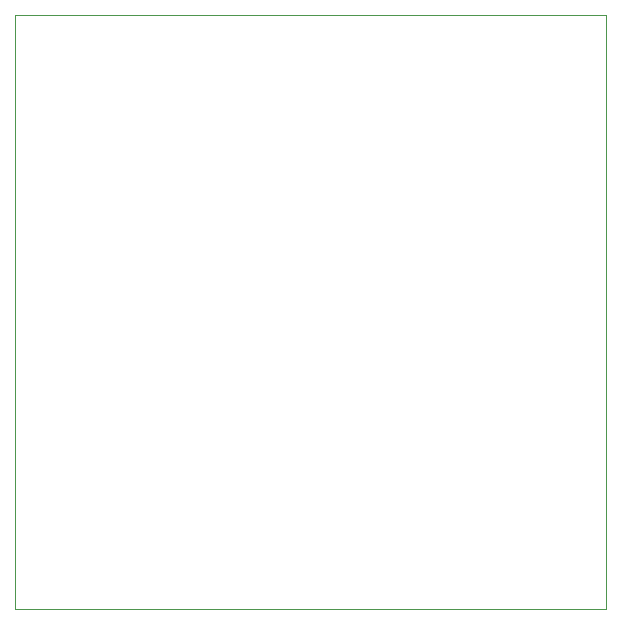
<source format=gbr>
%TF.GenerationSoftware,KiCad,Pcbnew,6.0.4-6f826c9f35~116~ubuntu18.04.1*%
%TF.CreationDate,2022-06-08T19:07:08+02:00*%
%TF.ProjectId,motor_driver_v3,6d6f746f-725f-4647-9269-7665725f7633,rev?*%
%TF.SameCoordinates,Original*%
%TF.FileFunction,Profile,NP*%
%FSLAX46Y46*%
G04 Gerber Fmt 4.6, Leading zero omitted, Abs format (unit mm)*
G04 Created by KiCad (PCBNEW 6.0.4-6f826c9f35~116~ubuntu18.04.1) date 2022-06-08 19:07:08*
%MOMM*%
%LPD*%
G01*
G04 APERTURE LIST*
%TA.AperFunction,Profile*%
%ADD10C,0.100000*%
%TD*%
G04 APERTURE END LIST*
D10*
X75000000Y-77750000D02*
X125000000Y-77750000D01*
X125000000Y-77750000D02*
X125000000Y-128000000D01*
X125000000Y-128000000D02*
X75000000Y-128000000D01*
X75000000Y-128000000D02*
X75000000Y-77750000D01*
M02*

</source>
